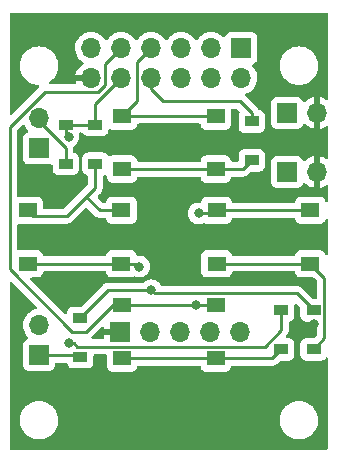
<source format=gbr>
%TF.GenerationSoftware,KiCad,Pcbnew,6.0.11+dfsg-1*%
%TF.CreationDate,2023-02-19T01:13:16+01:00*%
%TF.ProjectId,Controller,436f6e74-726f-46c6-9c65-722e6b696361,rev?*%
%TF.SameCoordinates,Original*%
%TF.FileFunction,Copper,L2,Bot*%
%TF.FilePolarity,Positive*%
%FSLAX46Y46*%
G04 Gerber Fmt 4.6, Leading zero omitted, Abs format (unit mm)*
G04 Created by KiCad (PCBNEW 6.0.11+dfsg-1) date 2023-02-19 01:13:16*
%MOMM*%
%LPD*%
G01*
G04 APERTURE LIST*
%TA.AperFunction,ComponentPad*%
%ADD10R,1.700000X1.700000*%
%TD*%
%TA.AperFunction,ComponentPad*%
%ADD11O,1.700000X1.700000*%
%TD*%
%TA.AperFunction,SMDPad,CuDef*%
%ADD12R,1.200000X0.900000*%
%TD*%
%TA.AperFunction,SMDPad,CuDef*%
%ADD13R,1.550000X1.300000*%
%TD*%
%TA.AperFunction,ViaPad*%
%ADD14C,0.800000*%
%TD*%
%TA.AperFunction,Conductor*%
%ADD15C,0.250000*%
%TD*%
G04 APERTURE END LIST*
D10*
%TO.P,J1,1,Pin_1*%
%TO.N,+3V3*%
X120120000Y-61500000D03*
D11*
%TO.P,J1,2,Pin_2*%
%TO.N,/CON_AUD*%
X120120000Y-64040000D03*
%TO.P,J1,3,Pin_3*%
%TO.N,/CON_X*%
X117580000Y-61500000D03*
%TO.P,J1,4,Pin_4*%
%TO.N,/CON_SPEZ*%
X117580000Y-64040000D03*
%TO.P,J1,5,Pin_5*%
%TO.N,/CON_Y*%
X115040000Y-61500000D03*
%TO.P,J1,6,Pin_6*%
%TO.N,/CON_JB*%
X115040000Y-64040000D03*
%TO.P,J1,7,Pin_7*%
%TO.N,/CON_BMA*%
X112500000Y-61500000D03*
%TO.P,J1,8,Pin_8*%
%TO.N,/CON_BM1*%
X112500000Y-64040000D03*
%TO.P,J1,9,Pin_9*%
%TO.N,/CON_BMB*%
X109960000Y-61500000D03*
%TO.P,J1,10,Pin_10*%
%TO.N,/CON_BM2*%
X109960000Y-64040000D03*
%TO.P,J1,11,Pin_11*%
%TO.N,/CON_BMC*%
X107420000Y-61500000D03*
%TO.P,J1,12,Pin_12*%
%TO.N,GND*%
X107420000Y-64040000D03*
%TD*%
D10*
%TO.P,J3,1,Pin_1*%
%TO.N,/CON_AUD*%
X124000000Y-72000000D03*
D11*
%TO.P,J3,2,Pin_2*%
%TO.N,GND*%
X126540000Y-72000000D03*
%TD*%
D10*
%TO.P,J4,1,Pin_1*%
%TO.N,+3V3*%
X124000000Y-67000000D03*
D11*
%TO.P,J4,2,Pin_2*%
%TO.N,GND*%
X126540000Y-67000000D03*
%TD*%
D10*
%TO.P,J6,1,Pin_1*%
%TO.N,/CON_BMC*%
X103000000Y-70000000D03*
D11*
%TO.P,J6,2,Pin_2*%
%TO.N,Net-(D6-Pad1)*%
X103000000Y-67460000D03*
%TD*%
D10*
%TO.P,J5,1,Pin_1*%
%TO.N,Net-(D3-Pad1)*%
X103000000Y-87500000D03*
D11*
%TO.P,J5,2,Pin_2*%
%TO.N,/CON_BMC*%
X103000000Y-84960000D03*
%TD*%
D10*
%TO.P,J2,1,Pin_1*%
%TO.N,GND*%
X109840000Y-85500000D03*
D11*
%TO.P,J2,2,Pin_2*%
%TO.N,Net-(J2-Pad2)*%
X112380000Y-85500000D03*
%TO.P,J2,3,Pin_3*%
%TO.N,/CON_X*%
X114920000Y-85500000D03*
%TO.P,J2,4,Pin_4*%
%TO.N,/CON_Y*%
X117460000Y-85500000D03*
%TO.P,J2,5,Pin_5*%
%TO.N,/CON_JB*%
X120000000Y-85500000D03*
%TD*%
D12*
%TO.P,D2,1,K*%
%TO.N,Net-(D2-Pad1)*%
X126238000Y-87000000D03*
%TO.P,D2,2,A*%
%TO.N,/CON_BM1*%
X126238000Y-83700000D03*
%TD*%
%TO.P,D3,1,K*%
%TO.N,Net-(D3-Pad1)*%
X106500000Y-87650000D03*
%TO.P,D3,2,A*%
%TO.N,/CON_BM1*%
X106500000Y-84350000D03*
%TD*%
%TO.P,D4,1,K*%
%TO.N,Net-(D4-Pad1)*%
X107750000Y-71300000D03*
%TO.P,D4,2,A*%
%TO.N,/CON_BM2*%
X107750000Y-68000000D03*
%TD*%
%TO.P,D6,1,K*%
%TO.N,Net-(D6-Pad1)*%
X105250000Y-71300000D03*
%TO.P,D6,2,A*%
%TO.N,/CON_BM2*%
X105250000Y-68000000D03*
%TD*%
D13*
%TO.P,SW1,1,A*%
%TO.N,Net-(D2-Pad1)*%
X125975000Y-79750000D03*
X118025000Y-79750000D03*
%TO.P,SW1,2,B*%
%TO.N,/CON_BMB*%
X118025000Y-75250000D03*
X125975000Y-75250000D03*
%TD*%
%TO.P,SW3,1,A*%
%TO.N,/CON_BMA*%
X109975000Y-79750000D03*
X102025000Y-79750000D03*
%TO.P,SW3,2,B*%
%TO.N,Net-(D4-Pad1)*%
X109975000Y-75250000D03*
X102025000Y-75250000D03*
%TD*%
%TO.P,SW4,1,A*%
%TO.N,Net-(D1-Pad1)*%
X110025000Y-71750000D03*
X117975000Y-71750000D03*
%TO.P,SW4,2,B*%
%TO.N,/CON_BMA*%
X117975000Y-67250000D03*
X110025000Y-67250000D03*
%TD*%
%TO.P,SW5,1,A*%
%TO.N,/CON_BMB*%
X110025000Y-83250000D03*
X117975000Y-83250000D03*
%TO.P,SW5,2,B*%
%TO.N,Net-(D5-Pad1)*%
X117975000Y-87750000D03*
X110025000Y-87750000D03*
%TD*%
D12*
%TO.P,D1,1,K*%
%TO.N,Net-(D1-Pad1)*%
X121000000Y-71000000D03*
%TO.P,D1,2,A*%
%TO.N,/CON_BM1*%
X121000000Y-67700000D03*
%TD*%
%TO.P,D5,1,K*%
%TO.N,Net-(D5-Pad1)*%
X123500000Y-87000000D03*
%TO.P,D5,2,A*%
%TO.N,/CON_BM2*%
X123500000Y-83700000D03*
%TD*%
D14*
%TO.N,/CON_BM1*%
X112500000Y-82000000D03*
%TO.N,/CON_BM2*%
X105500000Y-69000000D03*
X105500000Y-86500000D03*
%TO.N,GND*%
X108966000Y-91440000D03*
X122936000Y-61214000D03*
X118364000Y-91440000D03*
X121412000Y-73660000D03*
X103000000Y-77500000D03*
X108204000Y-77216000D03*
X123698000Y-80772000D03*
X120650000Y-76962000D03*
X126746000Y-61214000D03*
X116332000Y-69596000D03*
X126238000Y-84836000D03*
%TO.N,/CON_BMB*%
X116500000Y-75500000D03*
X116262653Y-83237347D03*
%TO.N,/CON_BMA*%
X111500000Y-80000000D03*
%TD*%
D15*
%TO.N,Net-(D1-Pad1)*%
X120250000Y-71750000D02*
X121000000Y-71000000D01*
X110025000Y-71750000D02*
X117975000Y-71750000D01*
X117975000Y-71750000D02*
X120250000Y-71750000D01*
%TO.N,/CON_BM1*%
X108850000Y-82000000D02*
X106500000Y-84350000D01*
X112500000Y-82000000D02*
X108850000Y-82000000D01*
X112500000Y-65000000D02*
X112500000Y-64040000D01*
X126238000Y-83700000D02*
X124812999Y-82274999D01*
X113500000Y-66000000D02*
X112500000Y-65000000D01*
X121000000Y-67700000D02*
X121000000Y-67000000D01*
X121000000Y-67000000D02*
X120000000Y-66000000D01*
X112774999Y-82274999D02*
X112500000Y-82000000D01*
X124812999Y-82274999D02*
X112774999Y-82274999D01*
X120000000Y-66000000D02*
X113500000Y-66000000D01*
%TO.N,Net-(D2-Pad1)*%
X118025000Y-79750000D02*
X120390000Y-79750000D01*
X126238000Y-87000000D02*
X127163001Y-86074999D01*
X125975000Y-79750000D02*
X120390000Y-79750000D01*
X126238000Y-80013000D02*
X125975000Y-79750000D01*
X127163001Y-80938001D02*
X125975000Y-79750000D01*
X120390000Y-79750000D02*
X120400000Y-79750000D01*
X127163001Y-86074999D02*
X127163001Y-80938001D01*
%TO.N,Net-(D3-Pad1)*%
X106350000Y-87500000D02*
X106500000Y-87650000D01*
X103000000Y-87500000D02*
X106350000Y-87500000D01*
%TO.N,Net-(D4-Pad1)*%
X102500001Y-75725001D02*
X102025000Y-75250000D01*
X108176998Y-75250000D02*
X107000000Y-74073002D01*
X107750000Y-71300000D02*
X107750000Y-73323002D01*
X107000000Y-74073002D02*
X105348001Y-75725001D01*
X107750000Y-73323002D02*
X107000000Y-74073002D01*
X105348001Y-75725001D02*
X102500001Y-75725001D01*
X109975000Y-75250000D02*
X108176998Y-75250000D01*
%TO.N,/CON_BM2*%
X107750000Y-68000000D02*
X105250000Y-68000000D01*
X123500000Y-83700000D02*
X123500000Y-85364998D01*
X105250000Y-68750000D02*
X105500000Y-69000000D01*
X123500000Y-85364998D02*
X122089999Y-86774999D01*
X106225001Y-86774999D02*
X105950002Y-86500000D01*
X107750000Y-66250000D02*
X107750000Y-68000000D01*
X122089999Y-86774999D02*
X106225001Y-86774999D01*
X105250000Y-68000000D02*
X105250000Y-68750000D01*
X109960000Y-64040000D02*
X107750000Y-66250000D01*
X105950002Y-86500000D02*
X105500000Y-86500000D01*
%TO.N,Net-(D5-Pad1)*%
X117975000Y-87750000D02*
X110025000Y-87750000D01*
X122750000Y-87750000D02*
X123500000Y-87000000D01*
X118150001Y-87925001D02*
X117975000Y-87750000D01*
X117975000Y-87750000D02*
X122750000Y-87750000D01*
%TO.N,Net-(D6-Pad1)*%
X103000000Y-67714998D02*
X103000000Y-67460000D01*
X105250000Y-71300000D02*
X105250000Y-69964998D01*
X105250000Y-69964998D02*
X103000000Y-67714998D01*
%TO.N,/CON_BMB*%
X103505997Y-65215001D02*
X107984001Y-65215001D01*
X110025000Y-83250000D02*
X117975000Y-83250000D01*
X116500000Y-75500000D02*
X117775000Y-75500000D01*
X107000000Y-85500000D02*
X105764998Y-85500000D01*
X100500000Y-68220998D02*
X103505997Y-65215001D01*
X117775000Y-75500000D02*
X118025000Y-75250000D01*
X118025000Y-75250000D02*
X125975000Y-75250000D01*
X116275306Y-83250000D02*
X116262653Y-83237347D01*
X108595001Y-64604001D02*
X108595001Y-62864999D01*
X117975000Y-83250000D02*
X116275306Y-83250000D01*
X100500000Y-80235002D02*
X100500000Y-68220998D01*
X108595001Y-62864999D02*
X109960000Y-61500000D01*
X105764998Y-85500000D02*
X100500000Y-80235002D01*
X107984001Y-65215001D02*
X108595001Y-64604001D01*
X110025000Y-83250000D02*
X109250000Y-83250000D01*
X109250000Y-83250000D02*
X107000000Y-85500000D01*
%TO.N,/CON_BMA*%
X111324999Y-65950001D02*
X111324999Y-62675001D01*
X109975000Y-79750000D02*
X102025000Y-79750000D01*
X117975000Y-67250000D02*
X110025000Y-67250000D01*
X109975000Y-79750000D02*
X111250000Y-79750000D01*
X111250000Y-79750000D02*
X111500000Y-80000000D01*
X110025000Y-67250000D02*
X111324999Y-65950001D01*
X111324999Y-62675001D02*
X112500000Y-61500000D01*
%TD*%
%TA.AperFunction,Conductor*%
%TO.N,GND*%
G36*
X100717012Y-81348372D02*
G01*
X100723595Y-81354501D01*
X102784722Y-83415628D01*
X102818748Y-83477940D01*
X102813683Y-83548755D01*
X102771136Y-83605591D01*
X102714687Y-83629273D01*
X102697484Y-83631906D01*
X102684091Y-83633955D01*
X102471756Y-83703357D01*
X102467164Y-83705747D01*
X102467165Y-83705747D01*
X102305924Y-83789684D01*
X102273607Y-83806507D01*
X102269474Y-83809610D01*
X102269471Y-83809612D01*
X102108690Y-83930330D01*
X102094965Y-83940635D01*
X102091393Y-83944373D01*
X101954528Y-84087594D01*
X101940629Y-84102138D01*
X101937715Y-84106410D01*
X101937714Y-84106411D01*
X101886723Y-84181161D01*
X101814743Y-84286680D01*
X101779751Y-84362065D01*
X101726154Y-84477530D01*
X101720688Y-84489305D01*
X101660989Y-84704570D01*
X101637251Y-84926695D01*
X101650110Y-85149715D01*
X101651247Y-85154761D01*
X101651248Y-85154767D01*
X101670328Y-85239427D01*
X101699222Y-85367639D01*
X101783266Y-85574616D01*
X101792663Y-85589951D01*
X101895935Y-85758475D01*
X101899987Y-85765088D01*
X102046250Y-85933938D01*
X102050230Y-85937242D01*
X102054981Y-85941187D01*
X102094616Y-86000090D01*
X102096113Y-86071071D01*
X102058997Y-86131593D01*
X102018724Y-86156112D01*
X101903295Y-86199385D01*
X101786739Y-86286739D01*
X101699385Y-86403295D01*
X101648255Y-86539684D01*
X101641500Y-86601866D01*
X101641500Y-88398134D01*
X101648255Y-88460316D01*
X101699385Y-88596705D01*
X101786739Y-88713261D01*
X101903295Y-88800615D01*
X102039684Y-88851745D01*
X102101866Y-88858500D01*
X103898134Y-88858500D01*
X103960316Y-88851745D01*
X104096705Y-88800615D01*
X104213261Y-88713261D01*
X104300615Y-88596705D01*
X104351745Y-88460316D01*
X104358500Y-88398134D01*
X104358500Y-88259500D01*
X104378502Y-88191379D01*
X104432158Y-88144886D01*
X104484500Y-88133500D01*
X105282130Y-88133500D01*
X105350251Y-88153502D01*
X105396744Y-88207158D01*
X105400112Y-88215270D01*
X105416348Y-88258580D01*
X105449385Y-88346705D01*
X105536739Y-88463261D01*
X105653295Y-88550615D01*
X105789684Y-88601745D01*
X105851866Y-88608500D01*
X107148134Y-88608500D01*
X107210316Y-88601745D01*
X107346705Y-88550615D01*
X107463261Y-88463261D01*
X107550615Y-88346705D01*
X107601745Y-88210316D01*
X107608500Y-88148134D01*
X107608500Y-87534499D01*
X107628502Y-87466378D01*
X107682158Y-87419885D01*
X107734500Y-87408499D01*
X108615500Y-87408499D01*
X108683621Y-87428501D01*
X108730114Y-87482157D01*
X108741500Y-87534499D01*
X108741500Y-88448134D01*
X108748255Y-88510316D01*
X108799385Y-88646705D01*
X108886739Y-88763261D01*
X109003295Y-88850615D01*
X109139684Y-88901745D01*
X109201866Y-88908500D01*
X110848134Y-88908500D01*
X110910316Y-88901745D01*
X111046705Y-88850615D01*
X111163261Y-88763261D01*
X111250615Y-88646705D01*
X111301745Y-88510316D01*
X111303312Y-88495892D01*
X111330554Y-88430330D01*
X111388917Y-88389904D01*
X111428575Y-88383500D01*
X116571425Y-88383500D01*
X116639546Y-88403502D01*
X116686039Y-88457158D01*
X116696688Y-88495892D01*
X116698255Y-88510316D01*
X116749385Y-88646705D01*
X116836739Y-88763261D01*
X116953295Y-88850615D01*
X117089684Y-88901745D01*
X117151866Y-88908500D01*
X118798134Y-88908500D01*
X118860316Y-88901745D01*
X118996705Y-88850615D01*
X119113261Y-88763261D01*
X119200615Y-88646705D01*
X119251745Y-88510316D01*
X119253312Y-88495892D01*
X119280554Y-88430330D01*
X119338917Y-88389904D01*
X119378575Y-88383500D01*
X122671233Y-88383500D01*
X122682416Y-88384027D01*
X122689909Y-88385702D01*
X122697835Y-88385453D01*
X122697836Y-88385453D01*
X122757986Y-88383562D01*
X122761945Y-88383500D01*
X122789856Y-88383500D01*
X122793791Y-88383003D01*
X122793856Y-88382995D01*
X122805693Y-88382062D01*
X122837951Y-88381048D01*
X122841970Y-88380922D01*
X122849889Y-88380673D01*
X122869343Y-88375021D01*
X122888700Y-88371013D01*
X122900930Y-88369468D01*
X122900931Y-88369468D01*
X122908797Y-88368474D01*
X122916168Y-88365555D01*
X122916170Y-88365555D01*
X122949912Y-88352196D01*
X122961142Y-88348351D01*
X122995983Y-88338229D01*
X122995984Y-88338229D01*
X123003593Y-88336018D01*
X123010412Y-88331985D01*
X123010417Y-88331983D01*
X123021028Y-88325707D01*
X123038776Y-88317012D01*
X123057617Y-88309552D01*
X123093387Y-88283564D01*
X123103307Y-88277048D01*
X123134535Y-88258580D01*
X123134538Y-88258578D01*
X123141362Y-88254542D01*
X123155683Y-88240221D01*
X123170717Y-88227380D01*
X123180694Y-88220131D01*
X123187107Y-88215472D01*
X123215298Y-88181395D01*
X123223288Y-88172616D01*
X123400499Y-87995405D01*
X123462811Y-87961379D01*
X123489594Y-87958500D01*
X124148134Y-87958500D01*
X124210316Y-87951745D01*
X124346705Y-87900615D01*
X124463261Y-87813261D01*
X124550615Y-87696705D01*
X124601745Y-87560316D01*
X124608500Y-87498134D01*
X124608500Y-86501866D01*
X124601745Y-86439684D01*
X124550615Y-86303295D01*
X124463261Y-86186739D01*
X124346705Y-86099385D01*
X124210316Y-86048255D01*
X124148134Y-86041500D01*
X124024928Y-86041500D01*
X123956807Y-86021498D01*
X123910314Y-85967842D01*
X123900210Y-85897568D01*
X123933077Y-85829248D01*
X123953657Y-85807332D01*
X123956413Y-85804489D01*
X123976135Y-85784767D01*
X123978612Y-85781574D01*
X123986317Y-85772553D01*
X123997724Y-85760405D01*
X124016586Y-85740319D01*
X124020407Y-85733369D01*
X124026346Y-85722566D01*
X124037202Y-85706039D01*
X124044757Y-85696300D01*
X124044758Y-85696298D01*
X124049614Y-85690038D01*
X124067174Y-85649458D01*
X124072391Y-85638810D01*
X124089875Y-85607007D01*
X124089876Y-85607005D01*
X124093695Y-85600058D01*
X124098733Y-85580435D01*
X124105137Y-85561732D01*
X124110033Y-85550418D01*
X124110033Y-85550417D01*
X124113181Y-85543143D01*
X124114420Y-85535320D01*
X124114423Y-85535310D01*
X124120099Y-85499474D01*
X124122505Y-85487854D01*
X124131528Y-85452709D01*
X124131528Y-85452708D01*
X124133500Y-85445028D01*
X124133500Y-85424774D01*
X124135051Y-85405063D01*
X124136980Y-85392884D01*
X124138220Y-85385055D01*
X124134059Y-85341036D01*
X124133500Y-85329179D01*
X124133500Y-84767870D01*
X124153502Y-84699749D01*
X124207158Y-84653256D01*
X124215270Y-84649888D01*
X124338297Y-84603767D01*
X124346705Y-84600615D01*
X124463261Y-84513261D01*
X124550615Y-84396705D01*
X124601745Y-84260316D01*
X124608500Y-84198134D01*
X124608500Y-83270595D01*
X124628502Y-83202474D01*
X124682158Y-83155981D01*
X124752432Y-83145877D01*
X124817012Y-83175371D01*
X124823589Y-83181494D01*
X125092596Y-83450501D01*
X125126621Y-83512813D01*
X125129500Y-83539596D01*
X125129500Y-84198134D01*
X125136255Y-84260316D01*
X125187385Y-84396705D01*
X125274739Y-84513261D01*
X125391295Y-84600615D01*
X125527684Y-84651745D01*
X125589866Y-84658500D01*
X126403501Y-84658500D01*
X126471622Y-84678502D01*
X126518115Y-84732158D01*
X126529501Y-84784500D01*
X126529501Y-85760405D01*
X126509499Y-85828526D01*
X126492596Y-85849500D01*
X126337501Y-86004595D01*
X126275189Y-86038621D01*
X126248406Y-86041500D01*
X125589866Y-86041500D01*
X125527684Y-86048255D01*
X125391295Y-86099385D01*
X125274739Y-86186739D01*
X125187385Y-86303295D01*
X125136255Y-86439684D01*
X125129500Y-86501866D01*
X125129500Y-87498134D01*
X125136255Y-87560316D01*
X125187385Y-87696705D01*
X125274739Y-87813261D01*
X125391295Y-87900615D01*
X125527684Y-87951745D01*
X125589866Y-87958500D01*
X126886134Y-87958500D01*
X126948316Y-87951745D01*
X127084705Y-87900615D01*
X127201261Y-87813261D01*
X127264675Y-87728649D01*
X127321533Y-87686134D01*
X127392352Y-87681108D01*
X127454645Y-87715168D01*
X127488635Y-87777499D01*
X127491500Y-87804214D01*
X127491500Y-95365500D01*
X127471498Y-95433621D01*
X127417842Y-95480114D01*
X127365500Y-95491500D01*
X100634500Y-95491500D01*
X100566379Y-95471498D01*
X100519886Y-95417842D01*
X100508500Y-95365500D01*
X100508500Y-93000000D01*
X101368436Y-93000000D01*
X101388523Y-93255233D01*
X101389677Y-93260040D01*
X101389678Y-93260046D01*
X101422866Y-93398282D01*
X101448290Y-93504181D01*
X101450183Y-93508752D01*
X101450184Y-93508754D01*
X101490546Y-93606195D01*
X101546266Y-93740715D01*
X101680037Y-93959009D01*
X101683249Y-93962769D01*
X101683252Y-93962774D01*
X101831839Y-94136747D01*
X101846310Y-94153690D01*
X101850072Y-94156903D01*
X102037226Y-94316748D01*
X102037231Y-94316751D01*
X102040991Y-94319963D01*
X102259285Y-94453734D01*
X102263855Y-94455627D01*
X102263859Y-94455629D01*
X102491246Y-94549816D01*
X102495819Y-94551710D01*
X102582149Y-94572436D01*
X102739954Y-94610322D01*
X102739960Y-94610323D01*
X102744767Y-94611477D01*
X103000000Y-94631564D01*
X103255233Y-94611477D01*
X103260040Y-94610323D01*
X103260046Y-94610322D01*
X103417851Y-94572436D01*
X103504181Y-94551710D01*
X103508754Y-94549816D01*
X103736141Y-94455629D01*
X103736145Y-94455627D01*
X103740715Y-94453734D01*
X103959009Y-94319963D01*
X103962769Y-94316751D01*
X103962774Y-94316748D01*
X104149928Y-94156903D01*
X104153690Y-94153690D01*
X104168161Y-94136747D01*
X104316748Y-93962774D01*
X104316751Y-93962769D01*
X104319963Y-93959009D01*
X104453734Y-93740715D01*
X104509455Y-93606195D01*
X104549816Y-93508754D01*
X104549817Y-93508752D01*
X104551710Y-93504181D01*
X104577134Y-93398282D01*
X104610322Y-93260046D01*
X104610323Y-93260040D01*
X104611477Y-93255233D01*
X104631564Y-93000000D01*
X123368436Y-93000000D01*
X123388523Y-93255233D01*
X123389677Y-93260040D01*
X123389678Y-93260046D01*
X123422866Y-93398282D01*
X123448290Y-93504181D01*
X123450183Y-93508752D01*
X123450184Y-93508754D01*
X123490546Y-93606195D01*
X123546266Y-93740715D01*
X123680037Y-93959009D01*
X123683249Y-93962769D01*
X123683252Y-93962774D01*
X123831839Y-94136747D01*
X123846310Y-94153690D01*
X123850072Y-94156903D01*
X124037226Y-94316748D01*
X124037231Y-94316751D01*
X124040991Y-94319963D01*
X124259285Y-94453734D01*
X124263855Y-94455627D01*
X124263859Y-94455629D01*
X124491246Y-94549816D01*
X124495819Y-94551710D01*
X124582149Y-94572436D01*
X124739954Y-94610322D01*
X124739960Y-94610323D01*
X124744767Y-94611477D01*
X125000000Y-94631564D01*
X125255233Y-94611477D01*
X125260040Y-94610323D01*
X125260046Y-94610322D01*
X125417851Y-94572436D01*
X125504181Y-94551710D01*
X125508754Y-94549816D01*
X125736141Y-94455629D01*
X125736145Y-94455627D01*
X125740715Y-94453734D01*
X125959009Y-94319963D01*
X125962769Y-94316751D01*
X125962774Y-94316748D01*
X126149928Y-94156903D01*
X126153690Y-94153690D01*
X126168161Y-94136747D01*
X126316748Y-93962774D01*
X126316751Y-93962769D01*
X126319963Y-93959009D01*
X126453734Y-93740715D01*
X126509455Y-93606195D01*
X126549816Y-93508754D01*
X126549817Y-93508752D01*
X126551710Y-93504181D01*
X126577134Y-93398282D01*
X126610322Y-93260046D01*
X126610323Y-93260040D01*
X126611477Y-93255233D01*
X126631564Y-93000000D01*
X126611477Y-92744767D01*
X126551710Y-92495819D01*
X126453734Y-92259285D01*
X126319963Y-92040991D01*
X126316751Y-92037231D01*
X126316748Y-92037226D01*
X126156903Y-91850072D01*
X126153690Y-91846310D01*
X126136747Y-91831839D01*
X125962774Y-91683252D01*
X125962769Y-91683249D01*
X125959009Y-91680037D01*
X125740715Y-91546266D01*
X125736145Y-91544373D01*
X125736141Y-91544371D01*
X125508754Y-91450184D01*
X125508752Y-91450183D01*
X125504181Y-91448290D01*
X125417851Y-91427564D01*
X125260046Y-91389678D01*
X125260040Y-91389677D01*
X125255233Y-91388523D01*
X125000000Y-91368436D01*
X124744767Y-91388523D01*
X124739960Y-91389677D01*
X124739954Y-91389678D01*
X124582149Y-91427564D01*
X124495819Y-91448290D01*
X124491248Y-91450183D01*
X124491246Y-91450184D01*
X124263859Y-91544371D01*
X124263855Y-91544373D01*
X124259285Y-91546266D01*
X124040991Y-91680037D01*
X124037231Y-91683249D01*
X124037226Y-91683252D01*
X123863253Y-91831839D01*
X123846310Y-91846310D01*
X123843097Y-91850072D01*
X123683252Y-92037226D01*
X123683249Y-92037231D01*
X123680037Y-92040991D01*
X123546266Y-92259285D01*
X123448290Y-92495819D01*
X123388523Y-92744767D01*
X123368938Y-92993617D01*
X123368436Y-93000000D01*
X104631564Y-93000000D01*
X104611477Y-92744767D01*
X104551710Y-92495819D01*
X104453734Y-92259285D01*
X104319963Y-92040991D01*
X104316751Y-92037231D01*
X104316748Y-92037226D01*
X104156903Y-91850072D01*
X104153690Y-91846310D01*
X104136747Y-91831839D01*
X103962774Y-91683252D01*
X103962769Y-91683249D01*
X103959009Y-91680037D01*
X103740715Y-91546266D01*
X103736145Y-91544373D01*
X103736141Y-91544371D01*
X103508754Y-91450184D01*
X103508752Y-91450183D01*
X103504181Y-91448290D01*
X103417851Y-91427564D01*
X103260046Y-91389678D01*
X103260040Y-91389677D01*
X103255233Y-91388523D01*
X103000000Y-91368436D01*
X102744767Y-91388523D01*
X102739960Y-91389677D01*
X102739954Y-91389678D01*
X102582149Y-91427564D01*
X102495819Y-91448290D01*
X102491248Y-91450183D01*
X102491246Y-91450184D01*
X102263859Y-91544371D01*
X102263855Y-91544373D01*
X102259285Y-91546266D01*
X102040991Y-91680037D01*
X102037231Y-91683249D01*
X102037226Y-91683252D01*
X101863253Y-91831839D01*
X101846310Y-91846310D01*
X101843097Y-91850072D01*
X101683252Y-92037226D01*
X101683249Y-92037231D01*
X101680037Y-92040991D01*
X101546266Y-92259285D01*
X101448290Y-92495819D01*
X101388523Y-92744767D01*
X101368938Y-92993617D01*
X101368436Y-93000000D01*
X100508500Y-93000000D01*
X100508500Y-81443596D01*
X100528502Y-81375475D01*
X100582158Y-81328982D01*
X100652432Y-81318878D01*
X100717012Y-81348372D01*
G37*
%TD.AperFunction*%
%TA.AperFunction,Conductor*%
G36*
X108400032Y-85100038D02*
G01*
X108456868Y-85142585D01*
X108481679Y-85209105D01*
X108482000Y-85218094D01*
X108482000Y-85227885D01*
X108486475Y-85243124D01*
X108487865Y-85244329D01*
X108495548Y-85246000D01*
X109968000Y-85246000D01*
X110036121Y-85266002D01*
X110082614Y-85319658D01*
X110094000Y-85372000D01*
X110094000Y-85628000D01*
X110073998Y-85696121D01*
X110020342Y-85742614D01*
X109968000Y-85754000D01*
X108500116Y-85754000D01*
X108484877Y-85758475D01*
X108483672Y-85759865D01*
X108482001Y-85767548D01*
X108482001Y-86015499D01*
X108461999Y-86083620D01*
X108408343Y-86130113D01*
X108356001Y-86141499D01*
X107559249Y-86141499D01*
X107491128Y-86121497D01*
X107444635Y-86067841D01*
X107434531Y-85997567D01*
X107462168Y-85935179D01*
X107465302Y-85931391D01*
X107473288Y-85922616D01*
X108266905Y-85128999D01*
X108329217Y-85094973D01*
X108400032Y-85100038D01*
G37*
%TD.AperFunction*%
%TA.AperFunction,Conductor*%
G36*
X127433621Y-58528502D02*
G01*
X127480114Y-58582158D01*
X127491500Y-58634500D01*
X127491500Y-65761702D01*
X127471498Y-65829823D01*
X127417842Y-65876316D01*
X127347568Y-65886420D01*
X127295771Y-65866649D01*
X127289551Y-65862516D01*
X127103117Y-65759599D01*
X127093705Y-65755369D01*
X126892959Y-65684280D01*
X126882988Y-65681646D01*
X126811837Y-65668972D01*
X126798540Y-65670432D01*
X126794000Y-65684989D01*
X126794000Y-68318517D01*
X126798064Y-68332359D01*
X126811478Y-68334393D01*
X126818184Y-68333534D01*
X126828262Y-68331392D01*
X127032255Y-68270191D01*
X127041842Y-68266433D01*
X127233095Y-68172739D01*
X127241945Y-68167464D01*
X127292332Y-68131523D01*
X127359405Y-68108249D01*
X127428414Y-68124933D01*
X127477448Y-68176277D01*
X127491500Y-68234102D01*
X127491500Y-70761702D01*
X127471498Y-70829823D01*
X127417842Y-70876316D01*
X127347568Y-70886420D01*
X127295771Y-70866649D01*
X127289551Y-70862516D01*
X127103117Y-70759599D01*
X127093705Y-70755369D01*
X126892959Y-70684280D01*
X126882988Y-70681646D01*
X126811837Y-70668972D01*
X126798540Y-70670432D01*
X126794000Y-70684989D01*
X126794000Y-73318517D01*
X126798064Y-73332359D01*
X126811478Y-73334393D01*
X126818184Y-73333534D01*
X126828262Y-73331392D01*
X127032255Y-73270191D01*
X127041842Y-73266433D01*
X127233095Y-73172739D01*
X127241945Y-73167464D01*
X127292332Y-73131523D01*
X127359405Y-73108249D01*
X127428414Y-73124933D01*
X127477448Y-73176277D01*
X127491500Y-73234102D01*
X127491500Y-74434179D01*
X127471498Y-74502300D01*
X127417842Y-74548793D01*
X127347568Y-74558897D01*
X127282988Y-74529403D01*
X127247518Y-74478408D01*
X127203768Y-74361705D01*
X127203767Y-74361703D01*
X127200615Y-74353295D01*
X127113261Y-74236739D01*
X126996705Y-74149385D01*
X126860316Y-74098255D01*
X126798134Y-74091500D01*
X125151866Y-74091500D01*
X125089684Y-74098255D01*
X124953295Y-74149385D01*
X124836739Y-74236739D01*
X124749385Y-74353295D01*
X124698255Y-74489684D01*
X124696804Y-74503037D01*
X124696688Y-74504108D01*
X124669446Y-74569670D01*
X124611083Y-74610096D01*
X124571425Y-74616500D01*
X119428575Y-74616500D01*
X119360454Y-74596498D01*
X119313961Y-74542842D01*
X119303312Y-74504108D01*
X119303196Y-74503037D01*
X119301745Y-74489684D01*
X119250615Y-74353295D01*
X119163261Y-74236739D01*
X119046705Y-74149385D01*
X118910316Y-74098255D01*
X118848134Y-74091500D01*
X117201866Y-74091500D01*
X117139684Y-74098255D01*
X117003295Y-74149385D01*
X116886739Y-74236739D01*
X116799385Y-74353295D01*
X116796233Y-74361703D01*
X116751029Y-74482285D01*
X116748255Y-74489684D01*
X116747402Y-74497540D01*
X116747283Y-74498039D01*
X116712066Y-74559686D01*
X116649112Y-74592507D01*
X116608657Y-74592214D01*
X116608515Y-74593563D01*
X116601944Y-74592872D01*
X116595487Y-74591500D01*
X116404513Y-74591500D01*
X116398061Y-74592872D01*
X116398056Y-74592872D01*
X116317026Y-74610096D01*
X116217712Y-74631206D01*
X116211682Y-74633891D01*
X116211681Y-74633891D01*
X116049278Y-74706197D01*
X116049276Y-74706198D01*
X116043248Y-74708882D01*
X115888747Y-74821134D01*
X115760960Y-74963056D01*
X115665473Y-75128444D01*
X115606458Y-75310072D01*
X115586496Y-75500000D01*
X115587186Y-75506565D01*
X115601447Y-75642247D01*
X115606458Y-75689928D01*
X115665473Y-75871556D01*
X115668776Y-75877278D01*
X115668777Y-75877279D01*
X115673264Y-75885051D01*
X115760960Y-76036944D01*
X115765378Y-76041851D01*
X115765379Y-76041852D01*
X115859789Y-76146705D01*
X115888747Y-76178866D01*
X115987843Y-76250864D01*
X116012313Y-76268642D01*
X116043248Y-76291118D01*
X116049276Y-76293802D01*
X116049278Y-76293803D01*
X116195849Y-76359060D01*
X116217712Y-76368794D01*
X116311113Y-76388647D01*
X116398056Y-76407128D01*
X116398061Y-76407128D01*
X116404513Y-76408500D01*
X116595487Y-76408500D01*
X116601939Y-76407128D01*
X116601944Y-76407128D01*
X116688887Y-76388647D01*
X116782288Y-76368794D01*
X116788315Y-76366111D01*
X116788323Y-76366108D01*
X116868549Y-76330389D01*
X116938916Y-76320955D01*
X116987904Y-76341535D01*
X116988240Y-76340921D01*
X116994172Y-76344169D01*
X116995358Y-76344667D01*
X116996107Y-76345228D01*
X117003295Y-76350615D01*
X117139684Y-76401745D01*
X117201866Y-76408500D01*
X118848134Y-76408500D01*
X118910316Y-76401745D01*
X119046705Y-76350615D01*
X119163261Y-76263261D01*
X119250615Y-76146705D01*
X119301745Y-76010316D01*
X119303312Y-75995892D01*
X119330554Y-75930330D01*
X119388917Y-75889904D01*
X119428575Y-75883500D01*
X124571425Y-75883500D01*
X124639546Y-75903502D01*
X124686039Y-75957158D01*
X124696688Y-75995892D01*
X124698255Y-76010316D01*
X124749385Y-76146705D01*
X124836739Y-76263261D01*
X124953295Y-76350615D01*
X125089684Y-76401745D01*
X125151866Y-76408500D01*
X126798134Y-76408500D01*
X126860316Y-76401745D01*
X126996705Y-76350615D01*
X127113261Y-76263261D01*
X127200615Y-76146705D01*
X127247518Y-76021592D01*
X127290159Y-75964827D01*
X127356721Y-75940127D01*
X127426070Y-75955334D01*
X127476188Y-76005620D01*
X127491500Y-76065821D01*
X127491500Y-78934179D01*
X127471498Y-79002300D01*
X127417842Y-79048793D01*
X127347568Y-79058897D01*
X127282988Y-79029403D01*
X127247518Y-78978408D01*
X127203768Y-78861705D01*
X127203767Y-78861703D01*
X127200615Y-78853295D01*
X127113261Y-78736739D01*
X126996705Y-78649385D01*
X126860316Y-78598255D01*
X126798134Y-78591500D01*
X125151866Y-78591500D01*
X125089684Y-78598255D01*
X124953295Y-78649385D01*
X124836739Y-78736739D01*
X124749385Y-78853295D01*
X124698255Y-78989684D01*
X124696804Y-79003037D01*
X124696688Y-79004108D01*
X124669446Y-79069670D01*
X124611083Y-79110096D01*
X124571425Y-79116500D01*
X119428575Y-79116500D01*
X119360454Y-79096498D01*
X119313961Y-79042842D01*
X119303312Y-79004108D01*
X119303196Y-79003037D01*
X119301745Y-78989684D01*
X119250615Y-78853295D01*
X119163261Y-78736739D01*
X119046705Y-78649385D01*
X118910316Y-78598255D01*
X118848134Y-78591500D01*
X117201866Y-78591500D01*
X117139684Y-78598255D01*
X117003295Y-78649385D01*
X116886739Y-78736739D01*
X116799385Y-78853295D01*
X116748255Y-78989684D01*
X116741500Y-79051866D01*
X116741500Y-80448134D01*
X116748255Y-80510316D01*
X116799385Y-80646705D01*
X116886739Y-80763261D01*
X117003295Y-80850615D01*
X117139684Y-80901745D01*
X117201866Y-80908500D01*
X118848134Y-80908500D01*
X118910316Y-80901745D01*
X119046705Y-80850615D01*
X119163261Y-80763261D01*
X119250615Y-80646705D01*
X119301745Y-80510316D01*
X119303312Y-80495892D01*
X119330554Y-80430330D01*
X119388917Y-80389904D01*
X119428575Y-80383500D01*
X124571425Y-80383500D01*
X124639546Y-80403502D01*
X124686039Y-80457158D01*
X124696688Y-80495892D01*
X124698255Y-80510316D01*
X124749385Y-80646705D01*
X124836739Y-80763261D01*
X124953295Y-80850615D01*
X125089684Y-80901745D01*
X125151866Y-80908500D01*
X126185405Y-80908500D01*
X126253526Y-80928502D01*
X126274500Y-80945405D01*
X126492596Y-81163501D01*
X126526622Y-81225813D01*
X126529501Y-81252596D01*
X126529501Y-82615500D01*
X126509499Y-82683621D01*
X126455843Y-82730114D01*
X126403501Y-82741500D01*
X126227595Y-82741500D01*
X126159474Y-82721498D01*
X126138499Y-82704595D01*
X125316646Y-81882741D01*
X125309112Y-81874462D01*
X125304999Y-81867981D01*
X125255347Y-81821355D01*
X125252506Y-81818601D01*
X125232769Y-81798864D01*
X125229572Y-81796384D01*
X125220550Y-81788679D01*
X125194099Y-81763840D01*
X125188320Y-81758413D01*
X125181374Y-81754594D01*
X125181371Y-81754592D01*
X125170565Y-81748651D01*
X125154046Y-81737800D01*
X125153582Y-81737440D01*
X125138040Y-81725385D01*
X125130771Y-81722240D01*
X125130767Y-81722237D01*
X125097462Y-81707825D01*
X125086812Y-81702608D01*
X125048059Y-81681304D01*
X125028436Y-81676266D01*
X125009733Y-81669862D01*
X124998419Y-81664966D01*
X124998418Y-81664966D01*
X124991144Y-81661818D01*
X124983321Y-81660579D01*
X124983311Y-81660576D01*
X124947475Y-81654900D01*
X124935855Y-81652494D01*
X124900710Y-81643471D01*
X124900709Y-81643471D01*
X124893029Y-81641499D01*
X124872775Y-81641499D01*
X124853064Y-81639948D01*
X124840885Y-81638019D01*
X124833056Y-81636779D01*
X124825164Y-81637525D01*
X124789038Y-81640940D01*
X124777180Y-81641499D01*
X113414810Y-81641499D01*
X113346689Y-81621497D01*
X113305691Y-81578499D01*
X113280304Y-81534528D01*
X113239040Y-81463056D01*
X113222882Y-81445110D01*
X113115675Y-81326045D01*
X113115674Y-81326044D01*
X113111253Y-81321134D01*
X113012157Y-81249136D01*
X112962094Y-81212763D01*
X112962093Y-81212762D01*
X112956752Y-81208882D01*
X112950724Y-81206198D01*
X112950722Y-81206197D01*
X112788319Y-81133891D01*
X112788318Y-81133891D01*
X112782288Y-81131206D01*
X112688888Y-81111353D01*
X112601944Y-81092872D01*
X112601939Y-81092872D01*
X112595487Y-81091500D01*
X112404513Y-81091500D01*
X112398061Y-81092872D01*
X112398056Y-81092872D01*
X112311112Y-81111353D01*
X112217712Y-81131206D01*
X112211682Y-81133891D01*
X112211681Y-81133891D01*
X112049278Y-81206197D01*
X112049276Y-81206198D01*
X112043248Y-81208882D01*
X112037907Y-81212762D01*
X112037906Y-81212763D01*
X111983081Y-81252596D01*
X111888747Y-81321134D01*
X111884332Y-81326037D01*
X111879420Y-81330460D01*
X111878295Y-81329211D01*
X111824986Y-81362051D01*
X111791800Y-81366500D01*
X108928767Y-81366500D01*
X108917584Y-81365973D01*
X108910091Y-81364298D01*
X108902165Y-81364547D01*
X108902164Y-81364547D01*
X108842001Y-81366438D01*
X108838043Y-81366500D01*
X108810144Y-81366500D01*
X108806154Y-81367004D01*
X108794320Y-81367936D01*
X108750111Y-81369326D01*
X108742497Y-81371538D01*
X108742492Y-81371539D01*
X108730659Y-81374977D01*
X108711296Y-81378988D01*
X108691203Y-81381526D01*
X108683836Y-81384443D01*
X108683831Y-81384444D01*
X108650092Y-81397802D01*
X108638865Y-81401646D01*
X108596407Y-81413982D01*
X108589581Y-81418019D01*
X108578972Y-81424293D01*
X108561224Y-81432988D01*
X108542383Y-81440448D01*
X108535967Y-81445110D01*
X108535966Y-81445110D01*
X108506613Y-81466436D01*
X108496693Y-81472952D01*
X108465465Y-81491420D01*
X108465462Y-81491422D01*
X108458638Y-81495458D01*
X108444317Y-81509779D01*
X108429284Y-81522619D01*
X108412893Y-81534528D01*
X108407842Y-81540634D01*
X108384702Y-81568605D01*
X108376712Y-81577384D01*
X106599500Y-83354595D01*
X106537188Y-83388621D01*
X106510405Y-83391500D01*
X105851866Y-83391500D01*
X105789684Y-83398255D01*
X105653295Y-83449385D01*
X105536739Y-83536739D01*
X105449385Y-83653295D01*
X105398255Y-83789684D01*
X105391500Y-83851866D01*
X105391500Y-83926408D01*
X105371498Y-83994529D01*
X105317842Y-84041022D01*
X105247568Y-84051126D01*
X105182988Y-84021632D01*
X105176405Y-84015503D01*
X102284498Y-81123595D01*
X102250472Y-81061283D01*
X102255537Y-80990467D01*
X102298084Y-80933632D01*
X102364604Y-80908821D01*
X102373593Y-80908500D01*
X102848134Y-80908500D01*
X102910316Y-80901745D01*
X103046705Y-80850615D01*
X103163261Y-80763261D01*
X103250615Y-80646705D01*
X103301745Y-80510316D01*
X103303312Y-80495892D01*
X103330554Y-80430330D01*
X103388917Y-80389904D01*
X103428575Y-80383500D01*
X108571425Y-80383500D01*
X108639546Y-80403502D01*
X108686039Y-80457158D01*
X108696688Y-80495892D01*
X108698255Y-80510316D01*
X108749385Y-80646705D01*
X108836739Y-80763261D01*
X108953295Y-80850615D01*
X109089684Y-80901745D01*
X109151866Y-80908500D01*
X110798134Y-80908500D01*
X110860316Y-80901745D01*
X110996705Y-80850615D01*
X111003893Y-80845228D01*
X111004642Y-80844667D01*
X111005511Y-80844342D01*
X111011760Y-80840921D01*
X111012254Y-80841823D01*
X111071149Y-80819822D01*
X111131451Y-80830389D01*
X111211677Y-80866108D01*
X111211685Y-80866111D01*
X111217712Y-80868794D01*
X111311112Y-80888647D01*
X111398056Y-80907128D01*
X111398061Y-80907128D01*
X111404513Y-80908500D01*
X111595487Y-80908500D01*
X111601939Y-80907128D01*
X111601944Y-80907128D01*
X111688888Y-80888647D01*
X111782288Y-80868794D01*
X111788321Y-80866108D01*
X111950722Y-80793803D01*
X111950724Y-80793802D01*
X111956752Y-80791118D01*
X111987688Y-80768642D01*
X112012157Y-80750864D01*
X112111253Y-80678866D01*
X112140211Y-80646705D01*
X112234621Y-80541852D01*
X112234622Y-80541851D01*
X112239040Y-80536944D01*
X112334527Y-80371556D01*
X112393542Y-80189928D01*
X112413504Y-80000000D01*
X112393542Y-79810072D01*
X112334527Y-79628444D01*
X112239040Y-79463056D01*
X112111253Y-79321134D01*
X111956752Y-79208882D01*
X111950724Y-79206198D01*
X111950722Y-79206197D01*
X111788319Y-79133891D01*
X111788318Y-79133891D01*
X111782288Y-79131206D01*
X111682974Y-79110096D01*
X111601944Y-79092872D01*
X111601939Y-79092872D01*
X111595487Y-79091500D01*
X111404513Y-79091500D01*
X111398056Y-79092872D01*
X111391485Y-79093563D01*
X111391253Y-79091359D01*
X111330703Y-79086738D01*
X111274072Y-79043920D01*
X111252717Y-78998039D01*
X111252598Y-78997540D01*
X111251745Y-78989684D01*
X111248972Y-78982285D01*
X111203767Y-78861703D01*
X111200615Y-78853295D01*
X111113261Y-78736739D01*
X110996705Y-78649385D01*
X110860316Y-78598255D01*
X110798134Y-78591500D01*
X109151866Y-78591500D01*
X109089684Y-78598255D01*
X108953295Y-78649385D01*
X108836739Y-78736739D01*
X108749385Y-78853295D01*
X108698255Y-78989684D01*
X108696804Y-79003037D01*
X108696688Y-79004108D01*
X108669446Y-79069670D01*
X108611083Y-79110096D01*
X108571425Y-79116500D01*
X103428575Y-79116500D01*
X103360454Y-79096498D01*
X103313961Y-79042842D01*
X103303312Y-79004108D01*
X103303196Y-79003037D01*
X103301745Y-78989684D01*
X103250615Y-78853295D01*
X103163261Y-78736739D01*
X103046705Y-78649385D01*
X102910316Y-78598255D01*
X102848134Y-78591500D01*
X101259500Y-78591500D01*
X101191379Y-78571498D01*
X101144886Y-78517842D01*
X101133500Y-78465500D01*
X101133500Y-76534500D01*
X101153502Y-76466379D01*
X101207158Y-76419886D01*
X101259500Y-76408500D01*
X102848134Y-76408500D01*
X102910316Y-76401745D01*
X103004281Y-76366519D01*
X103048511Y-76358501D01*
X105269234Y-76358501D01*
X105280417Y-76359028D01*
X105287910Y-76360703D01*
X105295836Y-76360454D01*
X105295837Y-76360454D01*
X105355987Y-76358563D01*
X105359946Y-76358501D01*
X105387857Y-76358501D01*
X105391792Y-76358004D01*
X105391857Y-76357996D01*
X105403694Y-76357063D01*
X105435952Y-76356049D01*
X105439971Y-76355923D01*
X105447890Y-76355674D01*
X105467344Y-76350022D01*
X105486701Y-76346014D01*
X105498931Y-76344469D01*
X105498932Y-76344469D01*
X105506798Y-76343475D01*
X105514169Y-76340556D01*
X105514171Y-76340556D01*
X105547913Y-76327197D01*
X105559143Y-76323352D01*
X105593984Y-76313230D01*
X105593985Y-76313230D01*
X105601594Y-76311019D01*
X105608413Y-76306986D01*
X105608418Y-76306984D01*
X105619029Y-76300708D01*
X105636777Y-76292013D01*
X105655618Y-76284553D01*
X105691388Y-76258565D01*
X105701308Y-76252049D01*
X105732536Y-76233581D01*
X105732539Y-76233579D01*
X105739363Y-76229543D01*
X105753684Y-76215222D01*
X105768718Y-76202381D01*
X105778695Y-76195132D01*
X105785108Y-76190473D01*
X105813299Y-76156396D01*
X105821289Y-76147617D01*
X106910905Y-75058001D01*
X106973217Y-75023975D01*
X107044032Y-75029040D01*
X107089095Y-75058001D01*
X107673341Y-75642247D01*
X107680885Y-75650537D01*
X107684998Y-75657018D01*
X107690775Y-75662443D01*
X107734665Y-75703658D01*
X107737507Y-75706413D01*
X107757229Y-75726135D01*
X107760353Y-75728558D01*
X107760357Y-75728562D01*
X107760422Y-75728612D01*
X107769443Y-75736317D01*
X107801677Y-75766586D01*
X107808625Y-75770405D01*
X107808627Y-75770407D01*
X107819430Y-75776346D01*
X107835957Y-75787202D01*
X107845696Y-75794757D01*
X107845698Y-75794758D01*
X107851958Y-75799614D01*
X107892538Y-75817174D01*
X107903186Y-75822391D01*
X107941938Y-75843695D01*
X107949614Y-75845666D01*
X107949617Y-75845667D01*
X107961560Y-75848733D01*
X107980265Y-75855137D01*
X107998853Y-75863181D01*
X108006676Y-75864420D01*
X108006686Y-75864423D01*
X108042522Y-75870099D01*
X108054142Y-75872505D01*
X108089287Y-75881528D01*
X108096968Y-75883500D01*
X108117222Y-75883500D01*
X108136932Y-75885051D01*
X108156941Y-75888220D01*
X108164833Y-75887474D01*
X108200959Y-75884059D01*
X108212817Y-75883500D01*
X108571425Y-75883500D01*
X108639546Y-75903502D01*
X108686039Y-75957158D01*
X108696688Y-75995892D01*
X108698255Y-76010316D01*
X108749385Y-76146705D01*
X108836739Y-76263261D01*
X108953295Y-76350615D01*
X109089684Y-76401745D01*
X109151866Y-76408500D01*
X110798134Y-76408500D01*
X110860316Y-76401745D01*
X110996705Y-76350615D01*
X111113261Y-76263261D01*
X111200615Y-76146705D01*
X111251745Y-76010316D01*
X111258500Y-75948134D01*
X111258500Y-74551866D01*
X111251745Y-74489684D01*
X111200615Y-74353295D01*
X111113261Y-74236739D01*
X110996705Y-74149385D01*
X110860316Y-74098255D01*
X110798134Y-74091500D01*
X109151866Y-74091500D01*
X109089684Y-74098255D01*
X108953295Y-74149385D01*
X108836739Y-74236739D01*
X108749385Y-74353295D01*
X108698255Y-74489684D01*
X108696804Y-74503037D01*
X108696688Y-74504108D01*
X108669446Y-74569670D01*
X108611083Y-74610096D01*
X108571425Y-74616500D01*
X108491592Y-74616500D01*
X108423471Y-74596498D01*
X108402497Y-74579595D01*
X107984999Y-74162097D01*
X107950973Y-74099785D01*
X107956038Y-74028970D01*
X107984999Y-73983907D01*
X108142247Y-73826659D01*
X108150537Y-73819115D01*
X108157018Y-73815002D01*
X108203659Y-73765334D01*
X108206413Y-73762493D01*
X108226134Y-73742772D01*
X108228612Y-73739577D01*
X108236318Y-73730555D01*
X108261158Y-73704103D01*
X108266586Y-73698323D01*
X108276346Y-73680570D01*
X108287199Y-73664047D01*
X108294753Y-73654308D01*
X108299613Y-73648043D01*
X108317176Y-73607459D01*
X108322383Y-73596829D01*
X108343695Y-73558062D01*
X108345666Y-73550385D01*
X108345668Y-73550380D01*
X108348732Y-73538444D01*
X108355138Y-73519732D01*
X108360033Y-73508421D01*
X108363181Y-73501147D01*
X108364421Y-73493319D01*
X108364423Y-73493312D01*
X108370099Y-73457478D01*
X108372505Y-73445858D01*
X108381528Y-73410713D01*
X108381528Y-73410712D01*
X108383500Y-73403032D01*
X108383500Y-73382778D01*
X108385051Y-73363067D01*
X108386980Y-73350888D01*
X108388220Y-73343059D01*
X108384059Y-73299040D01*
X108383500Y-73287183D01*
X108383500Y-72367870D01*
X108403502Y-72299749D01*
X108457158Y-72253256D01*
X108465270Y-72249888D01*
X108519664Y-72229496D01*
X108571271Y-72210150D01*
X108642077Y-72204967D01*
X108704446Y-72238888D01*
X108738576Y-72301143D01*
X108741500Y-72328132D01*
X108741500Y-72448134D01*
X108748255Y-72510316D01*
X108799385Y-72646705D01*
X108886739Y-72763261D01*
X109003295Y-72850615D01*
X109139684Y-72901745D01*
X109201866Y-72908500D01*
X110848134Y-72908500D01*
X110910316Y-72901745D01*
X111046705Y-72850615D01*
X111163261Y-72763261D01*
X111250615Y-72646705D01*
X111301745Y-72510316D01*
X111303312Y-72495892D01*
X111330554Y-72430330D01*
X111388917Y-72389904D01*
X111428575Y-72383500D01*
X116571425Y-72383500D01*
X116639546Y-72403502D01*
X116686039Y-72457158D01*
X116696688Y-72495892D01*
X116698255Y-72510316D01*
X116749385Y-72646705D01*
X116836739Y-72763261D01*
X116953295Y-72850615D01*
X117089684Y-72901745D01*
X117151866Y-72908500D01*
X118798134Y-72908500D01*
X118860316Y-72901745D01*
X118869948Y-72898134D01*
X122641500Y-72898134D01*
X122648255Y-72960316D01*
X122699385Y-73096705D01*
X122786739Y-73213261D01*
X122903295Y-73300615D01*
X123039684Y-73351745D01*
X123101866Y-73358500D01*
X124898134Y-73358500D01*
X124960316Y-73351745D01*
X125096705Y-73300615D01*
X125213261Y-73213261D01*
X125300615Y-73096705D01*
X125314151Y-73060597D01*
X125344798Y-72978848D01*
X125387440Y-72922084D01*
X125454001Y-72897384D01*
X125523350Y-72912592D01*
X125558017Y-72940580D01*
X125583218Y-72969673D01*
X125590580Y-72976883D01*
X125754434Y-73112916D01*
X125762881Y-73118831D01*
X125946756Y-73226279D01*
X125956042Y-73230729D01*
X126155001Y-73306703D01*
X126164899Y-73309579D01*
X126268250Y-73330606D01*
X126282299Y-73329410D01*
X126286000Y-73319065D01*
X126286000Y-70683102D01*
X126282082Y-70669758D01*
X126267806Y-70667771D01*
X126229324Y-70673660D01*
X126219288Y-70676051D01*
X126016868Y-70742212D01*
X126007359Y-70746209D01*
X125818463Y-70844542D01*
X125809738Y-70850036D01*
X125639433Y-70977905D01*
X125631726Y-70984748D01*
X125554478Y-71065584D01*
X125492954Y-71101014D01*
X125422042Y-71097557D01*
X125364255Y-71056311D01*
X125345402Y-71022763D01*
X125303767Y-70911703D01*
X125300615Y-70903295D01*
X125213261Y-70786739D01*
X125096705Y-70699385D01*
X124960316Y-70648255D01*
X124898134Y-70641500D01*
X123101866Y-70641500D01*
X123039684Y-70648255D01*
X122903295Y-70699385D01*
X122786739Y-70786739D01*
X122699385Y-70903295D01*
X122648255Y-71039684D01*
X122641500Y-71101866D01*
X122641500Y-72898134D01*
X118869948Y-72898134D01*
X118996705Y-72850615D01*
X119113261Y-72763261D01*
X119200615Y-72646705D01*
X119251745Y-72510316D01*
X119253312Y-72495892D01*
X119280554Y-72430330D01*
X119338917Y-72389904D01*
X119378575Y-72383500D01*
X120171233Y-72383500D01*
X120182416Y-72384027D01*
X120189909Y-72385702D01*
X120197835Y-72385453D01*
X120197836Y-72385453D01*
X120257986Y-72383562D01*
X120261945Y-72383500D01*
X120289856Y-72383500D01*
X120293791Y-72383003D01*
X120293856Y-72382995D01*
X120305693Y-72382062D01*
X120337951Y-72381048D01*
X120341970Y-72380922D01*
X120349889Y-72380673D01*
X120369343Y-72375021D01*
X120388700Y-72371013D01*
X120400930Y-72369468D01*
X120400931Y-72369468D01*
X120408797Y-72368474D01*
X120416168Y-72365555D01*
X120416170Y-72365555D01*
X120449912Y-72352196D01*
X120461142Y-72348351D01*
X120495983Y-72338229D01*
X120495984Y-72338229D01*
X120503593Y-72336018D01*
X120510412Y-72331985D01*
X120510417Y-72331983D01*
X120521028Y-72325707D01*
X120538776Y-72317012D01*
X120557617Y-72309552D01*
X120593387Y-72283564D01*
X120603307Y-72277048D01*
X120634535Y-72258580D01*
X120634538Y-72258578D01*
X120641362Y-72254542D01*
X120655683Y-72240221D01*
X120670717Y-72227380D01*
X120680694Y-72220131D01*
X120687107Y-72215472D01*
X120715298Y-72181395D01*
X120723288Y-72172616D01*
X120900499Y-71995405D01*
X120962811Y-71961379D01*
X120989594Y-71958500D01*
X121648134Y-71958500D01*
X121710316Y-71951745D01*
X121846705Y-71900615D01*
X121963261Y-71813261D01*
X122050615Y-71696705D01*
X122101745Y-71560316D01*
X122108500Y-71498134D01*
X122108500Y-70501866D01*
X122101745Y-70439684D01*
X122050615Y-70303295D01*
X121963261Y-70186739D01*
X121846705Y-70099385D01*
X121710316Y-70048255D01*
X121648134Y-70041500D01*
X120351866Y-70041500D01*
X120289684Y-70048255D01*
X120153295Y-70099385D01*
X120036739Y-70186739D01*
X119949385Y-70303295D01*
X119898255Y-70439684D01*
X119891500Y-70501866D01*
X119891500Y-70990500D01*
X119871498Y-71058621D01*
X119817842Y-71105114D01*
X119765500Y-71116500D01*
X119378575Y-71116500D01*
X119310454Y-71096498D01*
X119263961Y-71042842D01*
X119253312Y-71004108D01*
X119252598Y-70997540D01*
X119251745Y-70989684D01*
X119200615Y-70853295D01*
X119113261Y-70736739D01*
X118996705Y-70649385D01*
X118860316Y-70598255D01*
X118798134Y-70591500D01*
X117151866Y-70591500D01*
X117089684Y-70598255D01*
X116953295Y-70649385D01*
X116836739Y-70736739D01*
X116749385Y-70853295D01*
X116698255Y-70989684D01*
X116697402Y-70997540D01*
X116696688Y-71004108D01*
X116669446Y-71069670D01*
X116611083Y-71110096D01*
X116571425Y-71116500D01*
X111428575Y-71116500D01*
X111360454Y-71096498D01*
X111313961Y-71042842D01*
X111303312Y-71004108D01*
X111302598Y-70997540D01*
X111301745Y-70989684D01*
X111250615Y-70853295D01*
X111163261Y-70736739D01*
X111046705Y-70649385D01*
X110910316Y-70598255D01*
X110848134Y-70591500D01*
X109201866Y-70591500D01*
X109139684Y-70598255D01*
X109003295Y-70649385D01*
X108996110Y-70654770D01*
X108996108Y-70654771D01*
X108992742Y-70657294D01*
X108988832Y-70658755D01*
X108988240Y-70659079D01*
X108988193Y-70658994D01*
X108926236Y-70682143D01*
X108856854Y-70667091D01*
X108806657Y-70616980D01*
X108803765Y-70611699D01*
X108800615Y-70603295D01*
X108795230Y-70596109D01*
X108718642Y-70493919D01*
X108713261Y-70486739D01*
X108596705Y-70399385D01*
X108460316Y-70348255D01*
X108398134Y-70341500D01*
X107101866Y-70341500D01*
X107039684Y-70348255D01*
X106903295Y-70399385D01*
X106786739Y-70486739D01*
X106699385Y-70603295D01*
X106648255Y-70739684D01*
X106641500Y-70801866D01*
X106641500Y-71798134D01*
X106648255Y-71860316D01*
X106699385Y-71996705D01*
X106786739Y-72113261D01*
X106903295Y-72200615D01*
X106911703Y-72203767D01*
X107034730Y-72249888D01*
X107091494Y-72292530D01*
X107116194Y-72359091D01*
X107116500Y-72367870D01*
X107116500Y-73008407D01*
X107096498Y-73076528D01*
X107079595Y-73097502D01*
X106602815Y-73574282D01*
X106584547Y-73589397D01*
X106577729Y-73594030D01*
X106572485Y-73599978D01*
X106572484Y-73599979D01*
X106540589Y-73636157D01*
X106535170Y-73641927D01*
X105122501Y-75054596D01*
X105060189Y-75088622D01*
X105033406Y-75091501D01*
X103434500Y-75091501D01*
X103366379Y-75071499D01*
X103319886Y-75017843D01*
X103308500Y-74965501D01*
X103308500Y-74551866D01*
X103301745Y-74489684D01*
X103250615Y-74353295D01*
X103163261Y-74236739D01*
X103046705Y-74149385D01*
X102910316Y-74098255D01*
X102848134Y-74091500D01*
X101259500Y-74091500D01*
X101191379Y-74071498D01*
X101144886Y-74017842D01*
X101133500Y-73965500D01*
X101133500Y-68535592D01*
X101153502Y-68467471D01*
X101170405Y-68446497D01*
X101579626Y-68037276D01*
X101641938Y-68003250D01*
X101712753Y-68008315D01*
X101769589Y-68050862D01*
X101781188Y-68069562D01*
X101781320Y-68069822D01*
X101783266Y-68074616D01*
X101785966Y-68079022D01*
X101785968Y-68079026D01*
X101897291Y-68260689D01*
X101899987Y-68265088D01*
X102046250Y-68433938D01*
X102050230Y-68437242D01*
X102054981Y-68441187D01*
X102094616Y-68500090D01*
X102096113Y-68571071D01*
X102058997Y-68631593D01*
X102018725Y-68656112D01*
X101932872Y-68688297D01*
X101903295Y-68699385D01*
X101786739Y-68786739D01*
X101699385Y-68903295D01*
X101648255Y-69039684D01*
X101641500Y-69101866D01*
X101641500Y-70898134D01*
X101648255Y-70960316D01*
X101699385Y-71096705D01*
X101786739Y-71213261D01*
X101903295Y-71300615D01*
X102039684Y-71351745D01*
X102101866Y-71358500D01*
X103898134Y-71358500D01*
X103960316Y-71351745D01*
X103967716Y-71348971D01*
X103971275Y-71347637D01*
X103974238Y-71347420D01*
X103975400Y-71347144D01*
X103975445Y-71347332D01*
X104042082Y-71342457D01*
X104104450Y-71376380D01*
X104138577Y-71438637D01*
X104141500Y-71465621D01*
X104141500Y-71798134D01*
X104148255Y-71860316D01*
X104199385Y-71996705D01*
X104286739Y-72113261D01*
X104403295Y-72200615D01*
X104539684Y-72251745D01*
X104601866Y-72258500D01*
X105898134Y-72258500D01*
X105960316Y-72251745D01*
X106096705Y-72200615D01*
X106213261Y-72113261D01*
X106300615Y-71996705D01*
X106351745Y-71860316D01*
X106358500Y-71798134D01*
X106358500Y-70801866D01*
X106351745Y-70739684D01*
X106300615Y-70603295D01*
X106213261Y-70486739D01*
X106096705Y-70399385D01*
X105965270Y-70350112D01*
X105908506Y-70307470D01*
X105883806Y-70240909D01*
X105883500Y-70232130D01*
X105883500Y-70043766D01*
X105884027Y-70032583D01*
X105885702Y-70025090D01*
X105883562Y-69956999D01*
X105883500Y-69953042D01*
X105883500Y-69925142D01*
X105883003Y-69921208D01*
X105882755Y-69917263D01*
X105883867Y-69917193D01*
X105894402Y-69851871D01*
X105945104Y-69797046D01*
X105950720Y-69793803D01*
X105956752Y-69791118D01*
X106111253Y-69678866D01*
X106239040Y-69536944D01*
X106334527Y-69371556D01*
X106393542Y-69189928D01*
X106402439Y-69105283D01*
X106412814Y-69006565D01*
X106413504Y-69000000D01*
X106393542Y-68810072D01*
X106391503Y-68803797D01*
X106391502Y-68803792D01*
X106389762Y-68798438D01*
X106387733Y-68727471D01*
X106424394Y-68666672D01*
X106488106Y-68635346D01*
X106509594Y-68633500D01*
X106591567Y-68633500D01*
X106659688Y-68653502D01*
X106699000Y-68695678D01*
X106699385Y-68696705D01*
X106786739Y-68813261D01*
X106903295Y-68900615D01*
X107039684Y-68951745D01*
X107101866Y-68958500D01*
X108398134Y-68958500D01*
X108460316Y-68951745D01*
X108596705Y-68900615D01*
X108713261Y-68813261D01*
X108800615Y-68696705D01*
X108851745Y-68560316D01*
X108858500Y-68498134D01*
X108858500Y-68478132D01*
X108878502Y-68410011D01*
X108932158Y-68363518D01*
X109002432Y-68353414D01*
X109028729Y-68360150D01*
X109139684Y-68401745D01*
X109201866Y-68408500D01*
X110848134Y-68408500D01*
X110910316Y-68401745D01*
X111046705Y-68350615D01*
X111163261Y-68263261D01*
X111250615Y-68146705D01*
X111301745Y-68010316D01*
X111303312Y-67995892D01*
X111330554Y-67930330D01*
X111388917Y-67889904D01*
X111428575Y-67883500D01*
X116571425Y-67883500D01*
X116639546Y-67903502D01*
X116686039Y-67957158D01*
X116696688Y-67995892D01*
X116698255Y-68010316D01*
X116749385Y-68146705D01*
X116836739Y-68263261D01*
X116953295Y-68350615D01*
X117089684Y-68401745D01*
X117151866Y-68408500D01*
X118798134Y-68408500D01*
X118860316Y-68401745D01*
X118996705Y-68350615D01*
X119113261Y-68263261D01*
X119200615Y-68146705D01*
X119251745Y-68010316D01*
X119258500Y-67948134D01*
X119258500Y-66759500D01*
X119278502Y-66691379D01*
X119332158Y-66644886D01*
X119384500Y-66633500D01*
X119685406Y-66633500D01*
X119753527Y-66653502D01*
X119774501Y-66670405D01*
X119939829Y-66835733D01*
X119973855Y-66898045D01*
X119968790Y-66968860D01*
X119958403Y-66987870D01*
X119959079Y-66988240D01*
X119954771Y-66996109D01*
X119949385Y-67003295D01*
X119898255Y-67139684D01*
X119891500Y-67201866D01*
X119891500Y-68198134D01*
X119898255Y-68260316D01*
X119949385Y-68396705D01*
X120036739Y-68513261D01*
X120153295Y-68600615D01*
X120289684Y-68651745D01*
X120351866Y-68658500D01*
X121648134Y-68658500D01*
X121710316Y-68651745D01*
X121846705Y-68600615D01*
X121963261Y-68513261D01*
X122050615Y-68396705D01*
X122101745Y-68260316D01*
X122108500Y-68198134D01*
X122108500Y-67898134D01*
X122641500Y-67898134D01*
X122648255Y-67960316D01*
X122699385Y-68096705D01*
X122786739Y-68213261D01*
X122903295Y-68300615D01*
X123039684Y-68351745D01*
X123101866Y-68358500D01*
X124898134Y-68358500D01*
X124960316Y-68351745D01*
X125096705Y-68300615D01*
X125213261Y-68213261D01*
X125300615Y-68096705D01*
X125308896Y-68074616D01*
X125344798Y-67978848D01*
X125387440Y-67922084D01*
X125454001Y-67897384D01*
X125523350Y-67912592D01*
X125558017Y-67940580D01*
X125583218Y-67969673D01*
X125590580Y-67976883D01*
X125754434Y-68112916D01*
X125762881Y-68118831D01*
X125946756Y-68226279D01*
X125956042Y-68230729D01*
X126155001Y-68306703D01*
X126164899Y-68309579D01*
X126268250Y-68330606D01*
X126282299Y-68329410D01*
X126286000Y-68319065D01*
X126286000Y-65683102D01*
X126282082Y-65669758D01*
X126267806Y-65667771D01*
X126229324Y-65673660D01*
X126219288Y-65676051D01*
X126016868Y-65742212D01*
X126007359Y-65746209D01*
X125818463Y-65844542D01*
X125809738Y-65850036D01*
X125639433Y-65977905D01*
X125631726Y-65984748D01*
X125554478Y-66065584D01*
X125492954Y-66101014D01*
X125422042Y-66097557D01*
X125364255Y-66056311D01*
X125345402Y-66022763D01*
X125303767Y-65911703D01*
X125300615Y-65903295D01*
X125213261Y-65786739D01*
X125096705Y-65699385D01*
X124960316Y-65648255D01*
X124898134Y-65641500D01*
X123101866Y-65641500D01*
X123039684Y-65648255D01*
X122903295Y-65699385D01*
X122786739Y-65786739D01*
X122699385Y-65903295D01*
X122648255Y-66039684D01*
X122641500Y-66101866D01*
X122641500Y-67898134D01*
X122108500Y-67898134D01*
X122108500Y-67201866D01*
X122101745Y-67139684D01*
X122050615Y-67003295D01*
X121963261Y-66886739D01*
X121846705Y-66799385D01*
X121710316Y-66748255D01*
X121648134Y-66741500D01*
X121648269Y-66740256D01*
X121586131Y-66718284D01*
X121557965Y-66690198D01*
X121533564Y-66656613D01*
X121527047Y-66646692D01*
X121518723Y-66632617D01*
X121504542Y-66608638D01*
X121490221Y-66594317D01*
X121477380Y-66579283D01*
X121465472Y-66562893D01*
X121459368Y-66557843D01*
X121459363Y-66557838D01*
X121431402Y-66534707D01*
X121422621Y-66526717D01*
X120503647Y-65607742D01*
X120496113Y-65599463D01*
X120492000Y-65592982D01*
X120452722Y-65556098D01*
X120416756Y-65494885D01*
X120419593Y-65423945D01*
X120460333Y-65365801D01*
X120502767Y-65343561D01*
X120612425Y-65310662D01*
X120612427Y-65310661D01*
X120617384Y-65309174D01*
X120817994Y-65210896D01*
X120999860Y-65081173D01*
X121158096Y-64923489D01*
X121288453Y-64742077D01*
X121304080Y-64710459D01*
X121385136Y-64546453D01*
X121385137Y-64546451D01*
X121387430Y-64541811D01*
X121452370Y-64328069D01*
X121481529Y-64106590D01*
X121483156Y-64040000D01*
X121464852Y-63817361D01*
X121410431Y-63600702D01*
X121321354Y-63395840D01*
X121200014Y-63208277D01*
X121180405Y-63186727D01*
X121052798Y-63046488D01*
X121030188Y-63000000D01*
X123368436Y-63000000D01*
X123388523Y-63255233D01*
X123389677Y-63260040D01*
X123389678Y-63260046D01*
X123414311Y-63362649D01*
X123448290Y-63504181D01*
X123450183Y-63508752D01*
X123450184Y-63508754D01*
X123490546Y-63606195D01*
X123546266Y-63740715D01*
X123680037Y-63959009D01*
X123683249Y-63962769D01*
X123683252Y-63962774D01*
X123803222Y-64103240D01*
X123846310Y-64153690D01*
X123850072Y-64156903D01*
X124037226Y-64316748D01*
X124037231Y-64316751D01*
X124040991Y-64319963D01*
X124259285Y-64453734D01*
X124263855Y-64455627D01*
X124263859Y-64455629D01*
X124491246Y-64549816D01*
X124495819Y-64551710D01*
X124582149Y-64572436D01*
X124739954Y-64610322D01*
X124739960Y-64610323D01*
X124744767Y-64611477D01*
X125000000Y-64631564D01*
X125255233Y-64611477D01*
X125260040Y-64610323D01*
X125260046Y-64610322D01*
X125417851Y-64572436D01*
X125504181Y-64551710D01*
X125508754Y-64549816D01*
X125736141Y-64455629D01*
X125736145Y-64455627D01*
X125740715Y-64453734D01*
X125959009Y-64319963D01*
X125962769Y-64316751D01*
X125962774Y-64316748D01*
X126149928Y-64156903D01*
X126153690Y-64153690D01*
X126196778Y-64103240D01*
X126316748Y-63962774D01*
X126316751Y-63962769D01*
X126319963Y-63959009D01*
X126453734Y-63740715D01*
X126509455Y-63606195D01*
X126549816Y-63508754D01*
X126549817Y-63508752D01*
X126551710Y-63504181D01*
X126585689Y-63362649D01*
X126610322Y-63260046D01*
X126610323Y-63260040D01*
X126611477Y-63255233D01*
X126631564Y-63000000D01*
X126611477Y-62744767D01*
X126603914Y-62713261D01*
X126563318Y-62544171D01*
X126551710Y-62495819D01*
X126549816Y-62491246D01*
X126455629Y-62263859D01*
X126455627Y-62263855D01*
X126453734Y-62259285D01*
X126319963Y-62040991D01*
X126316751Y-62037231D01*
X126316748Y-62037226D01*
X126156903Y-61850072D01*
X126153690Y-61846310D01*
X125964290Y-61684547D01*
X125962774Y-61683252D01*
X125962769Y-61683249D01*
X125959009Y-61680037D01*
X125740715Y-61546266D01*
X125736145Y-61544373D01*
X125736141Y-61544371D01*
X125508754Y-61450184D01*
X125508752Y-61450183D01*
X125504181Y-61448290D01*
X125417851Y-61427564D01*
X125260046Y-61389678D01*
X125260040Y-61389677D01*
X125255233Y-61388523D01*
X125000000Y-61368436D01*
X124744767Y-61388523D01*
X124739960Y-61389677D01*
X124739954Y-61389678D01*
X124582149Y-61427564D01*
X124495819Y-61448290D01*
X124491248Y-61450183D01*
X124491246Y-61450184D01*
X124263859Y-61544371D01*
X124263855Y-61544373D01*
X124259285Y-61546266D01*
X124040991Y-61680037D01*
X124037231Y-61683249D01*
X124037226Y-61683252D01*
X124035710Y-61684547D01*
X123846310Y-61846310D01*
X123843097Y-61850072D01*
X123683252Y-62037226D01*
X123683249Y-62037231D01*
X123680037Y-62040991D01*
X123546266Y-62259285D01*
X123544373Y-62263855D01*
X123544371Y-62263859D01*
X123450184Y-62491246D01*
X123448290Y-62495819D01*
X123436682Y-62544171D01*
X123396087Y-62713261D01*
X123388523Y-62744767D01*
X123368938Y-62993617D01*
X123368436Y-63000000D01*
X121030188Y-63000000D01*
X121021746Y-62982642D01*
X121030141Y-62912143D01*
X121075317Y-62857375D01*
X121101761Y-62843706D01*
X121208297Y-62803767D01*
X121216705Y-62800615D01*
X121333261Y-62713261D01*
X121420615Y-62596705D01*
X121471745Y-62460316D01*
X121478500Y-62398134D01*
X121478500Y-60601866D01*
X121471745Y-60539684D01*
X121420615Y-60403295D01*
X121333261Y-60286739D01*
X121216705Y-60199385D01*
X121080316Y-60148255D01*
X121018134Y-60141500D01*
X119221866Y-60141500D01*
X119159684Y-60148255D01*
X119023295Y-60199385D01*
X118906739Y-60286739D01*
X118819385Y-60403295D01*
X118816233Y-60411703D01*
X118774919Y-60521907D01*
X118732277Y-60578671D01*
X118665716Y-60603371D01*
X118596367Y-60588163D01*
X118563743Y-60562476D01*
X118513151Y-60506875D01*
X118513142Y-60506866D01*
X118509670Y-60503051D01*
X118505619Y-60499852D01*
X118505615Y-60499848D01*
X118338414Y-60367800D01*
X118338410Y-60367798D01*
X118334359Y-60364598D01*
X118138789Y-60256638D01*
X118133920Y-60254914D01*
X118133916Y-60254912D01*
X117933087Y-60183795D01*
X117933083Y-60183794D01*
X117928212Y-60182069D01*
X117923119Y-60181162D01*
X117923116Y-60181161D01*
X117713373Y-60143800D01*
X117713367Y-60143799D01*
X117708284Y-60142894D01*
X117634452Y-60141992D01*
X117490081Y-60140228D01*
X117490079Y-60140228D01*
X117484911Y-60140165D01*
X117264091Y-60173955D01*
X117051756Y-60243357D01*
X116853607Y-60346507D01*
X116849474Y-60349610D01*
X116849471Y-60349612D01*
X116679100Y-60477530D01*
X116674965Y-60480635D01*
X116635525Y-60521907D01*
X116581280Y-60578671D01*
X116520629Y-60642138D01*
X116413201Y-60799621D01*
X116358293Y-60844621D01*
X116287768Y-60852792D01*
X116224021Y-60821538D01*
X116203324Y-60797054D01*
X116122822Y-60672617D01*
X116122820Y-60672614D01*
X116120014Y-60668277D01*
X115969670Y-60503051D01*
X115965619Y-60499852D01*
X115965615Y-60499848D01*
X115798414Y-60367800D01*
X115798410Y-60367798D01*
X115794359Y-60364598D01*
X115598789Y-60256638D01*
X115593920Y-60254914D01*
X115593916Y-60254912D01*
X115393087Y-60183795D01*
X115393083Y-60183794D01*
X115388212Y-60182069D01*
X115383119Y-60181162D01*
X115383116Y-60181161D01*
X115173373Y-60143800D01*
X115173367Y-60143799D01*
X115168284Y-60142894D01*
X115094452Y-60141992D01*
X114950081Y-60140228D01*
X114950079Y-60140228D01*
X114944911Y-60140165D01*
X114724091Y-60173955D01*
X114511756Y-60243357D01*
X114313607Y-60346507D01*
X114309474Y-60349610D01*
X114309471Y-60349612D01*
X114139100Y-60477530D01*
X114134965Y-60480635D01*
X114095525Y-60521907D01*
X114041280Y-60578671D01*
X113980629Y-60642138D01*
X113873201Y-60799621D01*
X113818293Y-60844621D01*
X113747768Y-60852792D01*
X113684021Y-60821538D01*
X113663324Y-60797054D01*
X113582822Y-60672617D01*
X113582820Y-60672614D01*
X113580014Y-60668277D01*
X113429670Y-60503051D01*
X113425619Y-60499852D01*
X113425615Y-60499848D01*
X113258414Y-60367800D01*
X113258410Y-60367798D01*
X113254359Y-60364598D01*
X113058789Y-60256638D01*
X113053920Y-60254914D01*
X113053916Y-60254912D01*
X112853087Y-60183795D01*
X112853083Y-60183794D01*
X112848212Y-60182069D01*
X112843119Y-60181162D01*
X112843116Y-60181161D01*
X112633373Y-60143800D01*
X112633367Y-60143799D01*
X112628284Y-60142894D01*
X112554452Y-60141992D01*
X112410081Y-60140228D01*
X112410079Y-60140228D01*
X112404911Y-60140165D01*
X112184091Y-60173955D01*
X111971756Y-60243357D01*
X111773607Y-60346507D01*
X111769474Y-60349610D01*
X111769471Y-60349612D01*
X111599100Y-60477530D01*
X111594965Y-60480635D01*
X111555525Y-60521907D01*
X111501280Y-60578671D01*
X111440629Y-60642138D01*
X111333201Y-60799621D01*
X111278293Y-60844621D01*
X111207768Y-60852792D01*
X111144021Y-60821538D01*
X111123324Y-60797054D01*
X111042822Y-60672617D01*
X111042820Y-60672614D01*
X111040014Y-60668277D01*
X110889670Y-60503051D01*
X110885619Y-60499852D01*
X110885615Y-60499848D01*
X110718414Y-60367800D01*
X110718410Y-60367798D01*
X110714359Y-60364598D01*
X110518789Y-60256638D01*
X110513920Y-60254914D01*
X110513916Y-60254912D01*
X110313087Y-60183795D01*
X110313083Y-60183794D01*
X110308212Y-60182069D01*
X110303119Y-60181162D01*
X110303116Y-60181161D01*
X110093373Y-60143800D01*
X110093367Y-60143799D01*
X110088284Y-60142894D01*
X110014452Y-60141992D01*
X109870081Y-60140228D01*
X109870079Y-60140228D01*
X109864911Y-60140165D01*
X109644091Y-60173955D01*
X109431756Y-60243357D01*
X109233607Y-60346507D01*
X109229474Y-60349610D01*
X109229471Y-60349612D01*
X109059100Y-60477530D01*
X109054965Y-60480635D01*
X109015525Y-60521907D01*
X108961280Y-60578671D01*
X108900629Y-60642138D01*
X108793201Y-60799621D01*
X108738293Y-60844621D01*
X108667768Y-60852792D01*
X108604021Y-60821538D01*
X108583324Y-60797054D01*
X108502822Y-60672617D01*
X108502820Y-60672614D01*
X108500014Y-60668277D01*
X108349670Y-60503051D01*
X108345619Y-60499852D01*
X108345615Y-60499848D01*
X108178414Y-60367800D01*
X108178410Y-60367798D01*
X108174359Y-60364598D01*
X107978789Y-60256638D01*
X107973920Y-60254914D01*
X107973916Y-60254912D01*
X107773087Y-60183795D01*
X107773083Y-60183794D01*
X107768212Y-60182069D01*
X107763119Y-60181162D01*
X107763116Y-60181161D01*
X107553373Y-60143800D01*
X107553367Y-60143799D01*
X107548284Y-60142894D01*
X107474452Y-60141992D01*
X107330081Y-60140228D01*
X107330079Y-60140228D01*
X107324911Y-60140165D01*
X107104091Y-60173955D01*
X106891756Y-60243357D01*
X106693607Y-60346507D01*
X106689474Y-60349610D01*
X106689471Y-60349612D01*
X106519100Y-60477530D01*
X106514965Y-60480635D01*
X106475525Y-60521907D01*
X106421280Y-60578671D01*
X106360629Y-60642138D01*
X106234743Y-60826680D01*
X106140688Y-61029305D01*
X106080989Y-61244570D01*
X106057251Y-61466695D01*
X106057548Y-61471848D01*
X106057548Y-61471851D01*
X106061839Y-61546266D01*
X106070110Y-61689715D01*
X106071247Y-61694761D01*
X106071248Y-61694767D01*
X106095304Y-61801508D01*
X106119222Y-61907639D01*
X106203266Y-62114616D01*
X106240685Y-62175678D01*
X106317291Y-62300688D01*
X106319987Y-62305088D01*
X106466250Y-62473938D01*
X106638126Y-62616632D01*
X106694854Y-62649781D01*
X106711955Y-62659774D01*
X106760679Y-62711412D01*
X106773750Y-62781195D01*
X106747019Y-62846967D01*
X106706562Y-62880327D01*
X106698457Y-62884546D01*
X106689738Y-62890036D01*
X106519433Y-63017905D01*
X106511726Y-63024748D01*
X106364590Y-63178717D01*
X106358104Y-63186727D01*
X106238098Y-63362649D01*
X106233000Y-63371623D01*
X106143338Y-63564783D01*
X106139775Y-63574470D01*
X106084389Y-63774183D01*
X106085912Y-63782607D01*
X106098292Y-63786000D01*
X107548000Y-63786000D01*
X107616121Y-63806002D01*
X107662614Y-63859658D01*
X107674000Y-63912000D01*
X107674000Y-64168000D01*
X107653998Y-64236121D01*
X107600342Y-64282614D01*
X107548000Y-64294000D01*
X106103225Y-64294000D01*
X106089694Y-64297973D01*
X106088257Y-64307966D01*
X106115264Y-64427800D01*
X106110728Y-64498651D01*
X106068607Y-64555803D01*
X106002273Y-64581109D01*
X105992347Y-64581501D01*
X103978981Y-64581501D01*
X103910860Y-64561499D01*
X103864367Y-64507843D01*
X103854263Y-64437569D01*
X103883757Y-64372989D01*
X103913146Y-64348068D01*
X103945781Y-64328069D01*
X103959009Y-64319963D01*
X103962769Y-64316751D01*
X103962774Y-64316748D01*
X104149928Y-64156903D01*
X104153690Y-64153690D01*
X104196778Y-64103240D01*
X104316748Y-63962774D01*
X104316751Y-63962769D01*
X104319963Y-63959009D01*
X104453734Y-63740715D01*
X104509455Y-63606195D01*
X104549816Y-63508754D01*
X104549817Y-63508752D01*
X104551710Y-63504181D01*
X104585689Y-63362649D01*
X104610322Y-63260046D01*
X104610323Y-63260040D01*
X104611477Y-63255233D01*
X104631564Y-63000000D01*
X104611477Y-62744767D01*
X104603914Y-62713261D01*
X104563318Y-62544171D01*
X104551710Y-62495819D01*
X104549816Y-62491246D01*
X104455629Y-62263859D01*
X104455627Y-62263855D01*
X104453734Y-62259285D01*
X104319963Y-62040991D01*
X104316751Y-62037231D01*
X104316748Y-62037226D01*
X104156903Y-61850072D01*
X104153690Y-61846310D01*
X103964290Y-61684547D01*
X103962774Y-61683252D01*
X103962769Y-61683249D01*
X103959009Y-61680037D01*
X103740715Y-61546266D01*
X103736145Y-61544373D01*
X103736141Y-61544371D01*
X103508754Y-61450184D01*
X103508752Y-61450183D01*
X103504181Y-61448290D01*
X103417851Y-61427564D01*
X103260046Y-61389678D01*
X103260040Y-61389677D01*
X103255233Y-61388523D01*
X103000000Y-61368436D01*
X102744767Y-61388523D01*
X102739960Y-61389677D01*
X102739954Y-61389678D01*
X102582149Y-61427564D01*
X102495819Y-61448290D01*
X102491248Y-61450183D01*
X102491246Y-61450184D01*
X102263859Y-61544371D01*
X102263855Y-61544373D01*
X102259285Y-61546266D01*
X102040991Y-61680037D01*
X102037231Y-61683249D01*
X102037226Y-61683252D01*
X102035710Y-61684547D01*
X101846310Y-61846310D01*
X101843097Y-61850072D01*
X101683252Y-62037226D01*
X101683249Y-62037231D01*
X101680037Y-62040991D01*
X101546266Y-62259285D01*
X101544373Y-62263855D01*
X101544371Y-62263859D01*
X101450184Y-62491246D01*
X101448290Y-62495819D01*
X101436682Y-62544171D01*
X101396087Y-62713261D01*
X101388523Y-62744767D01*
X101368938Y-62993617D01*
X101368436Y-63000000D01*
X101388523Y-63255233D01*
X101389677Y-63260040D01*
X101389678Y-63260046D01*
X101414311Y-63362649D01*
X101448290Y-63504181D01*
X101450183Y-63508752D01*
X101450184Y-63508754D01*
X101490546Y-63606195D01*
X101546266Y-63740715D01*
X101680037Y-63959009D01*
X101683249Y-63962769D01*
X101683252Y-63962774D01*
X101803222Y-64103240D01*
X101846310Y-64153690D01*
X101850072Y-64156903D01*
X102037226Y-64316748D01*
X102037231Y-64316751D01*
X102040991Y-64319963D01*
X102259285Y-64453734D01*
X102263855Y-64455627D01*
X102263859Y-64455629D01*
X102491246Y-64549816D01*
X102495819Y-64551710D01*
X102582149Y-64572436D01*
X102739954Y-64610322D01*
X102739960Y-64610323D01*
X102744767Y-64611477D01*
X102889396Y-64622859D01*
X102906938Y-64624240D01*
X102973279Y-64649525D01*
X103015419Y-64706663D01*
X103019978Y-64777514D01*
X102986147Y-64838947D01*
X100723595Y-67101498D01*
X100661283Y-67135524D01*
X100590467Y-67130459D01*
X100533632Y-67087912D01*
X100508821Y-67021392D01*
X100508500Y-67012403D01*
X100508500Y-58634500D01*
X100528502Y-58566379D01*
X100582158Y-58519886D01*
X100634500Y-58508500D01*
X127365500Y-58508500D01*
X127433621Y-58528502D01*
G37*
%TD.AperFunction*%
%TD*%
M02*

</source>
